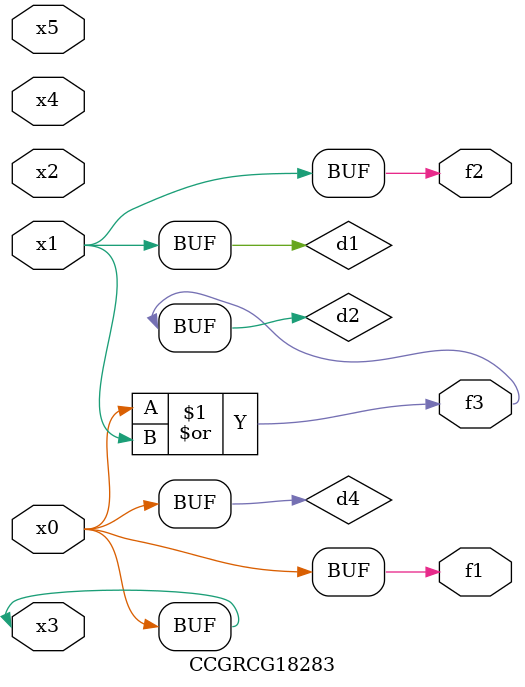
<source format=v>
module CCGRCG18283(
	input x0, x1, x2, x3, x4, x5,
	output f1, f2, f3
);

	wire d1, d2, d3, d4;

	and (d1, x1);
	or (d2, x0, x1);
	nand (d3, x0, x5);
	buf (d4, x0, x3);
	assign f1 = d4;
	assign f2 = d1;
	assign f3 = d2;
endmodule

</source>
